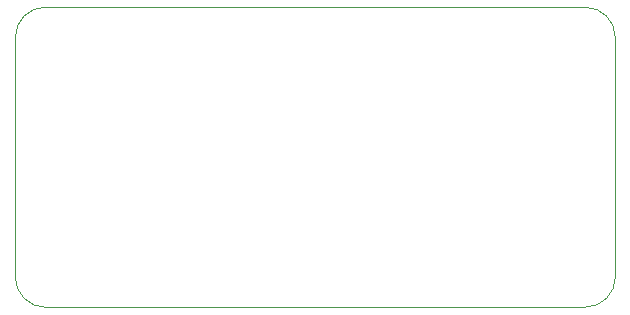
<source format=gbr>
G04 #@! TF.GenerationSoftware,KiCad,Pcbnew,5.1.5-52549c5~86~ubuntu18.04.1*
G04 #@! TF.CreationDate,2020-05-17T18:20:31-04:00*
G04 #@! TF.ProjectId,2020 05 PSP Joystick Breakout,32303230-2030-4352-9050-5350204a6f79,rev?*
G04 #@! TF.SameCoordinates,Original*
G04 #@! TF.FileFunction,Profile,NP*
%FSLAX46Y46*%
G04 Gerber Fmt 4.6, Leading zero omitted, Abs format (unit mm)*
G04 Created by KiCad (PCBNEW 5.1.5-52549c5~86~ubuntu18.04.1) date 2020-05-17 18:20:31*
%MOMM*%
%LPD*%
G04 APERTURE LIST*
%ADD10C,0.050000*%
G04 APERTURE END LIST*
D10*
X135890000Y-133350000D02*
G75*
G02X133350000Y-130810000I0J2540000D01*
G01*
X184150000Y-130810000D02*
G75*
G02X181610000Y-133350000I-2540000J0D01*
G01*
X181610000Y-107950000D02*
G75*
G02X184150000Y-110490000I0J-2540000D01*
G01*
X133350000Y-110490000D02*
G75*
G02X135890000Y-107950000I2540000J0D01*
G01*
X133350000Y-130810000D02*
X133350000Y-110490000D01*
X181610000Y-133350000D02*
X135890000Y-133350000D01*
X184150000Y-110490000D02*
X184150000Y-130810000D01*
X135890000Y-107950000D02*
X181610000Y-107950000D01*
M02*

</source>
